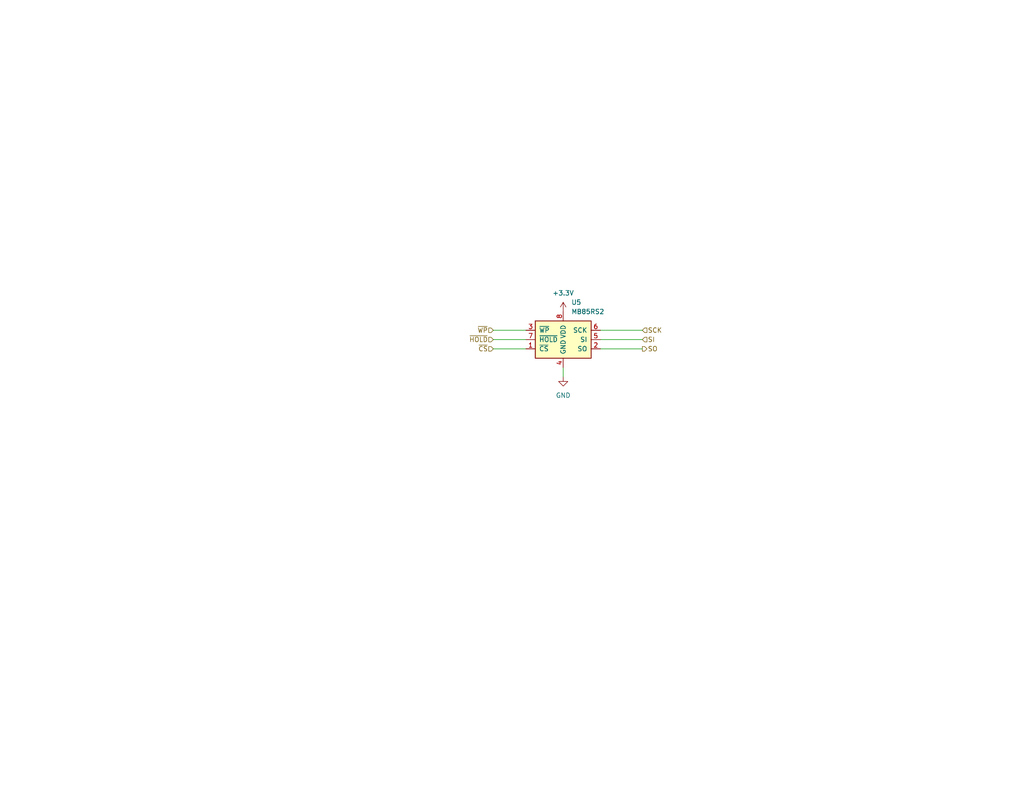
<source format=kicad_sch>
(kicad_sch (version 20230121) (generator eeschema)
  (paper "USLetter")
  (title_block (title "SRAD-FC") (company "Missouri S&T Rocket Design Team"))
  (lib_symbols
    (symbol "Memory_NVRAM:MB85RS16" (pin_names (offset 1.016))
      (property "Reference" "U" (at -7.62 6.35 0))
      (property "Value" "MB85RS16" (at 1.27 6.35 0))
      (symbol "MB85RS16_0_1"
        (rectangle (start -7.62 5.08) (end 7.62 -5.08) (stroke (width 0.254)) (fill (type background)))
      )
      (symbol "MB85RS16_1_1"
        (pin input line (at -10.16 -2.54 0) (length 2.54) (name "~{CS}") (number "1"))
        (pin output line (at 10.16 -2.54 180) (length 2.54) (name "SO") (number "2"))
        (pin input line (at -10.16 2.54 0) (length 2.54) (name "~{WP}") (number "3"))
        (pin power_in line (at 0 -7.62 90) (length 2.54) (name "GND") (number "4"))
        (pin input line (at 10.16 0 180) (length 2.54) (name "SI") (number "5"))
        (pin input line (at 10.16 2.54 180) (length 2.54) (name "SCK") (number "6"))
        (pin input line (at -10.16 0 0) (length 2.54) (name "~{HOLD}") (number "7"))
        (pin power_in line (at 0 7.62 270) (length 2.54) (name "VDD") (number "8"))
      )
    )
    (symbol "power:+3.3V" (power) (pin_names (offset 0))
      (property "Value" "+3.3V" (at 0 3.556 0))
      (symbol "+3.3V_0_1"
        (polyline (pts (xy -0.762 1.27) (xy 0 2.54)))
        (polyline (pts (xy 0 0) (xy 0 2.54)))
        (polyline (pts (xy 0 2.54) (xy 0.762 1.27)))
      )
      (symbol "+3.3V_1_1"
        (pin power_in line (at 0 0 90) (length 0) hide (name "+3.3V") (number "1"))
      )
    )
    (symbol "power:GND" (power) (pin_names (offset 0))
      (property "Value" "GND" (at 0 -3.81 0))
      (symbol "GND_0_1"
        (polyline (pts (xy 0 0) (xy 0 -1.27) (xy 1.27 -1.27) (xy 0 -2.54) (xy -1.27 -1.27) (xy 0 -1.27)))
      )
      (symbol "GND_1_1"
        (pin power_in line (at 0 0 270) (length 0) hide (name "GND") (number "1"))
      )
    )
  )
  (wire (pts (xy 134.62 95.25) (xy 143.51 95.25)))
  (wire (pts (xy 134.62 90.17) (xy 143.51 90.17)))
  (wire (pts (xy 175.26 90.17) (xy 163.83 90.17)))
  (wire (pts (xy 153.67 102.87) (xy 153.67 100.33)))
  (wire (pts (xy 163.83 92.71) (xy 175.26 92.71)))
  (wire (pts (xy 163.83 95.25) (xy 175.26 95.25)))
  (wire (pts (xy 134.62 92.71) (xy 143.51 92.71)))
  (hierarchical_label "~{HOLD}" (shape input) (at 134.62 92.71 180))
  (hierarchical_label "~{WP}" (shape input) (at 134.62 90.17 180))
  (hierarchical_label "~{CS}" (shape input) (at 134.62 95.25 180))
  (hierarchical_label "SO" (shape output) (at 175.26 95.25 0))
  (hierarchical_label "SCK" (shape input) (at 175.26 90.17 0))
  (hierarchical_label "SI" (shape input) (at 175.26 92.71 0))
  (symbol (lib_id "power:GND") (at 153.67 102.87 0) (unit 1)
    (property "Reference" "#PWR05" (effects hide))
    (property "Value" "GND" (at 153.67 107.95 0))
  )
  (symbol (lib_id "power:+3.3V") (at 153.67 85.09 0) (unit 1)
    (property "Reference" "#PWR07" (effects hide))
    (property "Value" "+3.3V" (at 153.67 80.01 0))
  )
  (symbol (lib_id "Memory_NVRAM:MB85RS16") (at 153.67 92.71 0) (unit 1)
    (property "Reference" "U5" (at 155.8641 82.55 0) (effects (justify left)))
    (property "Value" "MB85RS2" (at 155.8641 85.09 0) (effects (justify left)))
    (property "Datasheet" "http://www.fujitsu.com/downloads/MICRO/fsa/pdf/products/memory/fram/MB85RS16-DS501-00014-6v0-E.pdf" (effects hide))
  )
)
</source>
